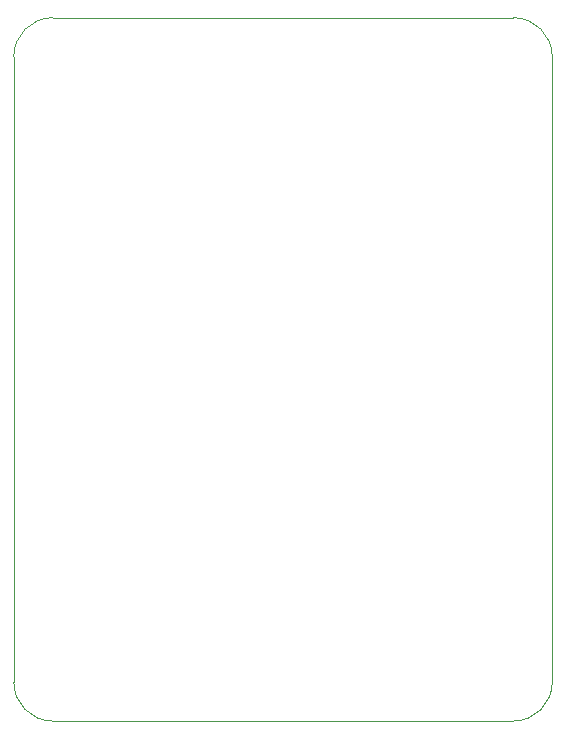
<source format=gbr>
G04 #@! TF.GenerationSoftware,KiCad,Pcbnew,(5.1.7)-1*
G04 #@! TF.CreationDate,2021-03-31T14:02:48+02:00*
G04 #@! TF.ProjectId,Temperature-controller-with-ESP8266,54656d70-6572-4617-9475-72652d636f6e,rev?*
G04 #@! TF.SameCoordinates,Original*
G04 #@! TF.FileFunction,Profile,NP*
%FSLAX46Y46*%
G04 Gerber Fmt 4.6, Leading zero omitted, Abs format (unit mm)*
G04 Created by KiCad (PCBNEW (5.1.7)-1) date 2021-03-31 14:02:48*
%MOMM*%
%LPD*%
G01*
G04 APERTURE LIST*
G04 #@! TA.AperFunction,Profile*
%ADD10C,0.050000*%
G04 #@! TD*
G04 APERTURE END LIST*
D10*
X112522000Y-66929000D02*
X112522001Y-119888000D01*
X154813001Y-63627001D02*
X154686000Y-63627000D01*
X115951000Y-63627000D02*
X154686000Y-63627000D01*
X158115000Y-66929000D02*
X158114999Y-119888000D01*
X158115000Y-66929000D02*
G75*
G03*
X154813001Y-63627001I-3301999J0D01*
G01*
X115951000Y-63627000D02*
X115823999Y-63627001D01*
X154813000Y-123189999D02*
X115824000Y-123189999D01*
X112522001Y-119888000D02*
G75*
G03*
X115824000Y-123189999I3301999J0D01*
G01*
X115823999Y-63627001D02*
G75*
G03*
X112522000Y-66929000I0J-3301999D01*
G01*
X154813000Y-123189999D02*
G75*
G03*
X158114999Y-119888000I0J3301999D01*
G01*
M02*

</source>
